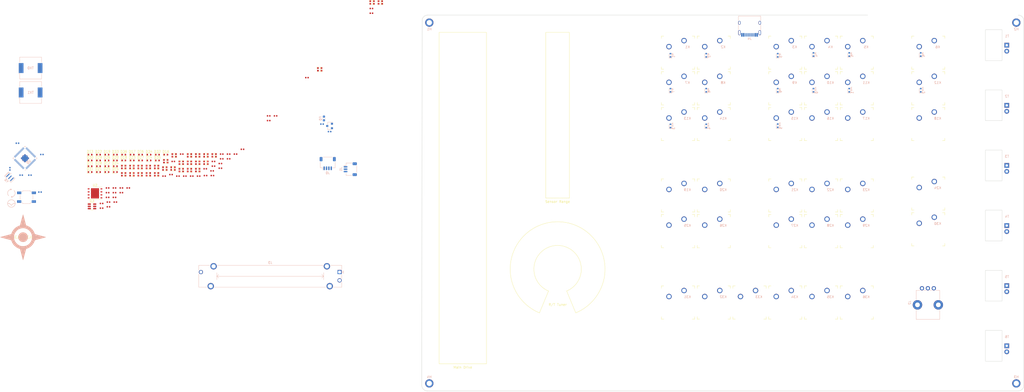
<source format=kicad_pcb>
(kicad_pcb (version 20211014) (generator pcbnew)
  (title_block (date "2021-11-12"))
  (layers (0 "F.Cu" signal) (31 "B.Cu" signal) (34 "B.Paste" user) (35 "F.Paste" user) (36 "B.SilkS" user "B.Silkscreen") (37 "F.SilkS" user "F.Silkscreen") (38 "B.Mask" user) (39 "F.Mask" user) (44 "Edge.Cuts" user))
  (net 0 "")
  (net 1 "GND")
  (net 2 "+3V3")
  (net 3 "VBUS")
  (net 4 "Net-(D1-Pad2)")
  (net 5 "Net-(D2-Pad2)")
  (net 6 "Net-(D3-Pad2)")
  (net 7 "Net-(D4-Pad2)")
  (net 8 "Net-(D5-Pad2)")
  (net 9 "Net-(D6-Pad2)")
  (net 10 "Net-(D7-Pad2)")
  (net 11 "Net-(D8-Pad2)")
  (net 12 "Net-(D9-Pad2)")
  (net 13 "Net-(D10-Pad2)")
  (net 14 "Net-(D11-Pad2)")
  (net 15 "Net-(D12-Pad2)")
  (net 16 "Net-(D13-Pad2)")
  (net 17 "Net-(D14-Pad2)")
  (net 18 "Net-(D15-Pad2)")
  (net 19 "D-")
  (net 20 "D+")
  (net 21 "+1V1")
  (net 22 "Net-(D1-Pad1)")
  (net 23 "Net-(D10-Pad1)")
  (net 24 "Net-(D13-Pad1)")
  (net 25 "Net-(D16-Pad2)")
  (net 26 "Net-(D17-Pad2)")
  (net 27 "Net-(D18-Pad2)")
  (net 28 "Net-(D19-Pad2)")
  (net 29 "Net-(D19-Pad1)")
  (net 30 "Net-(D20-Pad2)")
  (net 31 "Net-(D21-Pad2)")
  (net 32 "Net-(D22-Pad2)")
  (net 33 "Net-(D23-Pad2)")
  (net 34 "Net-(D24-Pad2)")
  (net 35 "Net-(D25-Pad2)")
  (net 36 "Net-(D25-Pad1)")
  (net 37 "Net-(D26-Pad2)")
  (net 38 "Net-(D27-Pad2)")
  (net 39 "Net-(D28-Pad2)")
  (net 40 "Net-(D29-Pad2)")
  (net 41 "Net-(D30-Pad2)")
  (net 42 "Net-(D31-Pad2)")
  (net 43 "Net-(D31-Pad1)")
  (net 44 "Net-(D32-Pad2)")
  (net 45 "Net-(D33-Pad2)")
  (net 46 "Net-(D34-Pad2)")
  (net 47 "Net-(D35-Pad2)")
  (net 48 "Net-(D36-Pad2)")
  (net 49 "Net-(DT1-Pad2)")
  (net 50 "Net-(DT2-Pad2)")
  (net 51 "Net-(DT3-Pad2)")
  (net 52 "Net-(DT4-Pad2)")
  (net 53 "Net-(DT5-Pad2)")
  (net 54 "Net-(DT6-Pad2)")
  (net 55 "vUSB")
  (net 56 "SDA")
  (net 57 "SCL")
  (net 67 "Net-(J4-PadB5)")
  (net 69 "Net-(J4-PadA5)")
  (net 71 "Net-(K1-Pad2)")
  (net 72 "Net-(K14-Pad2)")
  (net 73 "Net-(K15-Pad2)")
  (net 74 "Net-(K10-Pad2)")
  (net 75 "Net-(K11-Pad2)")
  (net 76 "Net-(K12-Pad2)")
  (net 77 "Net-(LC10-Pad1)")
  (net 78 "Net-(LC10-Pad2)")
  (net 79 "Net-(LC15-Pad2)")
  (net 80 "Net-(LC22-Pad1)")
  (net 81 "Net-(LC22-Pad2)")
  (net 82 "Net-(LD1-Pad1)")
  (net 83 "LED")
  (net 84 "Net-(LD2-Pad1)")
  (net 85 "Net-(LD3-Pad1)")
  (net 86 "Net-(LD4-Pad1)")
  (net 87 "Net-(LD5-Pad1)")
  (net 88 "Net-(LD6-Pad1)")
  (net 89 "Net-(LD14-Pad3)")
  (net 90 "Net-(LD15-Pad3)")
  (net 91 "Net-(LD8-Pad3)")
  (net 92 "Net-(LD10-Pad1)")
  (net 93 "Net-(LD10-Pad3)")
  (net 94 "Net-(LD11-Pad3)")
  (net 95 "Net-(LD12-Pad3)")
  (net 96 "Net-(LD13-Pad3)")
  (net 97 "Net-(LD15-Pad1)")
  (net 98 "Net-(LD15-Pad2)")
  (net 99 "Net-(LD16-Pad1)")
  (net 100 "Net-(LD17-Pad1)")
  (net 101 "Net-(LD18-Pad1)")
  (net 102 "Net-(LD19-Pad1)")
  (net 103 "Net-(LD20-Pad1)")
  (net 104 "Net-(LD21-Pad1)")
  (net 106 "Net-(LD22-Pad3)")
  (net 107 "Net-(LD23-Pad3)")
  (net 108 "Net-(LD24-Pad3)")
  (net 109 "Net-(LD25-Pad3)")
  (net 110 "Net-(LD26-Pad3)")
  (net 111 "Net-(LD27-Pad3)")
  (net 112 "DB+")
  (net 113 "DR+")
  (net 114 "DB-")
  (net 115 "DR-")
  (net 116 "CS")
  (net 117 "~{RESET}")
  (net 118 "XOUT")
  (net 119 "Net-(RX0-Pad2)")
  (net 120 "Net-(T1-Pad2)")
  (net 121 "AUDIO+")
  (net 122 "AUDIO-")
  (net 123 "0")
  (net 124 "1")
  (net 125 "2")
  (net 126 "3")
  (net 127 "4")
  (net 128 "5")
  (net 129 "6")
  (net 130 "7")
  (net 131 "8")
  (net 132 "9")
  (net 133 "10")
  (net 134 "11")
  (net 135 "12")
  (net 136 "13")
  (net 137 "14")
  (net 138 "15")
  (net 139 "XIN")
  (net 142 "16")
  (net 143 "17")
  (net 144 "18")
  (net 145 "19")
  (net 146 "20")
  (net 147 "21")
  (net 148 "22")
  (net 149 "23")
  (net 150 "24")
  (net 151 "25")
  (net 152 "26{slash}A0")
  (net 153 "27{slash}A1")
  (net 154 "28{slash}A2")
  (net 155 "29{slash}A3")
  (net 156 "SD3")
  (net 157 "CLOCK")
  (net 158 "SD0")
  (net 159 "SD2")
  (net 160 "SD1")
  (footprint "EDI:SW_MX" (layer "F.Cu") (at 135.87835 43.6329)
    (fp_text reference "K8")
    (fp_text value "Keyswitch")
  )
  (footprint "EDI:SW_MX" (layer "F.Cu") (at 166.04595 28.55165)
    (fp_text reference "K3")
    (fp_text value "Keyswitch")
  )
  (footprint "EDI:SW_MX" (layer "F.Cu") (at 226.37095 28.55165)
    (fp_text reference "K6")
    (fp_text value "Keyswitch")
  )
  (footprint "EDI:SW_MX" (layer "F.Cu") (at 120.7971 43.6329)
    (fp_text reference "K7")
    (fp_text value "Keyswitch")
  )
  (footprint "EDI:SW_MX" (layer "F.Cu") (at 196.20845 43.6329)
    (fp_text reference "K11")
    (fp_text value "Keyswitch")
  )
  (footprint "EDI:SW_MX" (layer "F.Cu") (at 226.37095 43.6329)
    (fp_text reference "K12")
    (fp_text value "Keyswitch")
  )
  (footprint "EDI:SW_MX" (layer "F.Cu") (at 166.04085 43.6329)
    (fp_text reference "K9")
    (fp_text value "Keyswitch")
  )
  (footprint "EDI:SW_MX" (layer "F.Cu") (at 181.1272 43.6329)
    (fp_text reference "K10")
    (fp_text value "Keyswitch")
  )
  (footprint "EDI:SW_MX" (layer "F.Cu") (at 120.7971 28.55165)
    (fp_text reference "K1")
    (fp_text value "Keyswitch")
  )
  (footprint "EDI:SW_MX" (layer "F.Cu") (at 135.88345 28.55165)
    (fp_text reference "K2")
    (fp_text value "Keyswitch")
  )
  (footprint "EDI:SW_MX" (layer "F.Cu") (at 196.20845 28.55165)
    (fp_text reference "K5")
    (fp_text value "Keyswitch")
  )
  (footprint "EDI:SW_MX" (layer "F.Cu") (at 135.87835 58.71415)
    (fp_text reference "K14")
    (fp_text value "Keyswitch")
  )
  (footprint "EDI:SW_MX" (layer "F.Cu") (at 120.7971 58.71415)
    (fp_text reference "K13")
    (fp_text value "Keyswitch")
  )
  (footprint "EDI:SW_MX" (layer "F.Cu") (at 166.04595 58.71415)
    (fp_text reference "K15")
    (fp_text value "Keyswitch")
  )
  (footprint "EDI:SW_MX" (layer "F.Cu") (at 181.1272 28.55165)
    (fp_text reference "K4")
    (fp_text value "Keyswitch")
  )
  (footprint "EDI:SW_MX" (layer "F.Cu") (at 181.1272 134.1204)
    (fp_text reference "K35")
    (fp_text value "Keyswitch")
  )
  (footprint "EDI:WS2812C_2020" (layer "F.Cu") (at -95.71375 77.51875)
    (fp_text reference "LD11" hide)
    (fp_text value "WS2812C")
  )
  (footprint "EDI:Passive_0402_1005Metric" (layer "F.Cu") (at -119.85625 85.71375)
    (fp_text reference "C9" hide)
    (fp_text value "100nF")
  )
  (footprint "EDI:WS2812C_2020" (layer "F.Cu") (at -102.65375 76.86875)
    (fp_text reference "LD24" hide)
    (fp_text value "WS2812C")
  )
  (footprint "EDI:SW_MX" (layer "F.Cu") (at 166.05105 103.9579)
    (fp_text reference "K27")
    (fp_text value "Keyswitch")
  )
  (footprint "EDI:WS2812C_2020" (layer "F.Cu") (at -113.06375 79.96875)
    (fp_text reference "LD16" hide)
    (fp_text value "WS2812C")
  )
  (footprint "EDI:SW_MX" (layer "F.Cu") (at 120.8022 134.1204)
    (fp_text reference "K31")
    (fp_text value "Keyswitch")
  )
  (footprint "EDI:Passive_0402_1005Metric" (layer "F.Cu") (at -72.26625 75.39375)
    (fp_text reference "LC2" hide)
    (fp_text value "100nF")
  )
  (footprint "EDI:Passive_0402_1005Metric" (layer "F.Cu") (at -116.94625 87.70375)
    (fp_text reference "CP0" hide)
    (fp_text value "1uf")
  )
  (footprint "EDI:Passive_0402_1005Metric" (layer "F.Cu") (at -119.48625 93.67375)
    (fp_text reference "RF0" hide)
    (fp_text value "1k")
  )
  (footprint "Diode_SMD:D_SOD-523" (layer "F.Cu") (at -116.57625 71.64375)
    (fp_text reference "D33")
    (fp_text value "SOD523")
  )
  (footprint "EDI:Passive_0402_1005Metric" (layer "F.Cu") (at -84.35625 80.71375)
    (fp_text reference "LC25" hide)
    (fp_text value "100nF")
  )
  (footprint "Diode_SMD:D_SOD-523" (layer "F.Cu") (at -109.47625 71.64375)
    (fp_text reference "D17")
    (fp_text value "SOD523")
  )
  (footprint "EDI:Passive_0402_1005Metric" (layer "F.Cu") (at -8.54625 9.91375)
    (fp_text reference "LC17" hide)
    (fp_text value "100nF")
  )
  (footprint "EDI:Passive_0402_1005Metric" (layer "F.Cu") (at -88.57625 71.41375)
    (fp_text reference "LC11" hide)
    (fp_text value "100nF")
  )
  (footprint "EDI:SW_MX" (layer "F.Cu") (at 226.37095 58.71415)
    (fp_text reference "K18")
    (fp_text value "Keyswitch")
  )
  (footprint "EDI:Passive_0402_1005Metric" (layer "F.Cu") (at -35.74625 39.11375)
    (fp_text reference "LC24" hide)
    (fp_text value "100nF")
  )
  (footprint "Diode_SMD:D_SOD-523" (layer "F.Cu") (at -95.27625 71.64375)
    (fp_text reference "D16")
    (fp_text value "SOD523")
  )
  (footprint "Diode_SMD:D_SOD-523" (layer "F.Cu") (at -127.22625 71.64375)
    (fp_text reference "DT3")
    (fp_text value "SOD523")
  )
  (footprint "EDI:Passive_0402_1005Metric" (layer "F.Cu") (at -78.64625 77.61375)
    (fp_text reference "LC9" hide)
    (fp_text value "100nF")
  )
  (footprint "Diode_SMD:D_SOD-523" (layer "F.Cu") (at -127.22625 78.99375)
    (fp_text reference "D31")
    (fp_text value "SOD523")
  )
  (footprint "Diode_SMD:D_SOD-523" (layer "F.Cu") (at -120.12625 74.09375)
    (fp_text reference "D26")
    (fp_text value "SOD523")
  )
  (footprint "EDI:Passive_0402_1005Metric" (layer "F.Cu") (at -92.12625 74.51375)
    (fp_text reference "LC18" hide)
    (fp_text value "100nF")
  )
  (footprint "Diode_SMD:D_SOD-523" (layer "F.Cu") (at -123.67625 78.99375)
    (fp_text reference "D21")
    (fp_text value "SOD523")
  )
  (footprint "EDI:WS2812C_2020" (layer "F.Cu") (at -4.79375 7.36875)
    (fp_text reference "LD28" hide)
    (fp_text value "WS2812C")
  )
  (footprint "EDI:SW_MX" (layer "F.Cu") (at 226.37605 88.0829)
    (fp_text reference "K24")
    (fp_text value "Keyswitch")
  )
  (footprint "Diode_SMD:D_SOD-523" (layer "F.Cu") (at -109.47625 74.09375)
    (fp_text reference "D23")
    (fp_text value "SOD523")
  )
  (footprint "Diode_SMD:D_SOD-523" (layer "F.Cu") (at -102.37625 71.64375)
    (fp_text reference "D34")
    (fp_text value "SOD523")
  )
  (footprint "EDI:Passive_0402_1005Metric" (layer "F.Cu") (at -72.26625 77.38375)
    (fp_text reference "LC5" hide)
    (fp_text value "100nF")
  )
  (footprint "Diode_SMD:D_SOD-523" (layer "F.Cu") (at -116.57625 78.99375)
    (fp_text reference "DT5")
    (fp_text value "SOD523")
  )
  (footprint "EDI:SW_MX" (layer "F.Cu") (at 196.20845 58.71415)
    (fp_text reference "K17")
    (fp_text value "Keyswitch")
  )
  (footprint "EDI:Passive_0402_1005Metric" (layer "F.Cu") (at -111.12625 85.71375)
    (fp_text reference "RC1" hide)
    (fp_text value "5k1")
  )
  (footprint "EDI:SW_MX" (layer "F.Cu") (at 196.21355 88.87665)
    (fp_text reference "K23")
    (fp_text value "Keyswitch")
  )
  (footprint "Diode_SMD:D_SOD-523" (layer "F.Cu") (at -123.67625 74.09375)
    (fp_text reference "D29")
    (fp_text value "SOD523")
  )
  (footprint "EDI:SW_MX" (layer "F.Cu") (at 181.1323 103.9579)
    (fp_text reference "K28")
    (fp_text value "Keyswitch")
  )
  (footprint "Diode_SMD:D_SOD-523" (layer "F.Cu") (at -105.92625 74.09375)
    (fp_text reference "D27")
    (fp_text value "SOD523")
  )
  (footprint "EDI:Passive_0402_1005Metric" (layer "F.Cu") (at -8.54625 11.90375)
    (fp_text reference "LC27" hide)
    (fp_text value "100nF")
  )
  (footprint "EDI:Passive_0402_1005Metric" (layer "F.Cu") (at -119.48625 91.68375)
    (fp_text reference "CF0" hide)
    (fp_text value "100nF")
  )
  (footprint "EDI:SW_MX" (layer "F.Cu") (at 181.1323 88.87665)
    (fp_text reference "K22")
    (fp_text value "Keyswitch")
  )
  (footprint "EDI:SW_MX" (layer "F.Cu") (at 166.05105 88.87665)
    (fp_text reference "K21")
    (fp_text value "Keyswitch")
  )
  (footprint "EDI:WS2812C_2020" (layer "F.Cu") (at -8.26375 7.36875)
    (fp_text reference "LD23" hide)
    (fp_text value "WS2812C")
  )
  (footprint "EDI:Passive_0402_1005Metric" (layer "F.Cu") (at -62.94625 69.38375)
    (fp_text reference "LC26" hide)
    (fp_text value "100nF")
  )
  (footprint "EDI:WS2812C_2020" (layer "F.Cu") (at -78.36375 71.96875)
    (fp_text reference "LD1" hide)
    (fp_text value "WS2812C")
  )
  (footprint "EDI:Passive_0402_1005Metric" (layer "F.Cu") (at -122.39625 92.26375)
    (fp_text reference "RD0" hide)
    (fp_text value "27.4")
  )
  (footprint "EDI:Passive_0402_1005Metric" (layer "F.Cu") (at -68.79625 71.41375)
    (fp_text reference "LC3" hide)
    (fp_text value "100nF")
  )
  (footprint "EDI:WS2812C_2020" (layer "F.Cu") (at -81.83375 75.06875)
    (fp_text reference "LD2" hide)
    (fp_text value "WS2812C")
  )
  (footprint "EDI:SW_MX" (layer "F.Cu") (at 120.7971 103.9579)
    (fp_text reference "K25")
    (fp_text value "Keyswitch")
  )
  (footprint "EDI:Passive_0402_1005Metric" (layer "F.Cu") (at -116.57625 91.68375)
    (fp_text reference "RF1" hide)
    (fp_text value "1k")
  )
  (footprint "EDI:WS2812C_2020" (layer "F.Cu") (at -109.59375 76.86875)
    (fp_text reference "LD9" hide)
    (fp_text value "WS2812C")
  )
  (footprint "EDI:KeyToggle" (layer "F.Cu") (at 254 152.4)
    (fp_text reference "T6")
    (fp_text value "Keyswitch")
    (fp_rect (start -3.5 -6.5) (end 3.5 6.5) (layer "Edge.Cuts") (width 0.12) (fill none))
  )
  (footprint "EDI:WS2812C_2020" (layer "F.Cu") (at -92.24375 77.51875)
    (fp_text reference "LD4" hide)
    (fp_text value "WS2812C")
  )
  (footprint "EDI:Passive_0402_1005Metric" (layer "F.Cu") (at -119.85625 89.69375)
    (fp_text reference "C0" hide)
    (fp_text value "1uf")
  )
  (footprint "EDI:WS2812C_2020" (layer "F.Cu") (at -85.30375 75.06875)
    (fp_text reference "LD27" hide)
    (fp_text value "WS2812C")
  )
  (footprint "EDI:KeyToggle" (layer "F.Cu") (at 254 25.4)
    (fp_text reference "T1")
    (fp_text value "Keyswitch")
    (fp_rect (start -3.5 -6.5) (end 3.5 6.5) (layer "Edge.Cuts") (width 0.12) (fill none))
  )
  (footprint "EDI:Passive_0402_1005Metric" (layer "F.Cu") (at -71.70625 71.41375)
    (fp_text reference "LC4" hide)
    (fp_text value "100nF")
  )
  (footprint "EDI:SW_MX" (layer "F.Cu") (at 150.9647 134.1204)
    (fp_text reference "K33")
    (fp_text value "Keyswitch")
  )
  (footprint "EDI:WS2812C_2020" (layer "F.Cu") (at -95.31375 74.41875)
    (fp_text reference "LD6" hide)
    (fp_text value "WS2812C")
  )
  (footprint "EDI:SW_MX" (layer "F.Cu") (at 135.88345 134.1204)
    (fp_text reference "K32")
    (fp_text value "Keyswitch")
  )
  (footprint "Diode_SMD:D_SOD-523" (layer "F.Cu") (at -120.12625 71.64375)
    (fp_text reference "D19")
    (fp_text value "SOD523")
  )
  (footprint "EDI:Passive_0402_1005Metric" (layer "F.Cu") (at -68.79625 73.40375)
    (fp_text reference "LC8" hide)
    (fp_text value "100nF")
  )
  (footprint "Diode_SMD:D_SOD-523" (layer "F.Cu") (at -116.57625 74.09375)
    (fp_text reference "D20")
    (fp_text value "SOD523")
  )
  (footprint "EDI:WS2812C_2020" (layer "F.Cu") (at -113.06375 76.86875)
    (fp_text reference "LD7" hide)
    (fp_text value "WS2812C")
  )
  (footprint "EDI:KeyToggle" (layer "F.Cu") (at 254 101.6)
    (fp_text reference "T4")
    (fp_text value "Keyswitch")
    (fp_rect (start -3.5 -6.5) (end 3.5 6.5) (layer "Edge.Cuts") (width 0.12) (fill none))
  )
  (footprint "EDI:WS2812C_2020" (layer "F.Cu") (at -30.36375 35.60875)
    (fp_text reference "LD22" hide)
    (fp_text value "WS2812C")
  )
  (footprint "EDI:SW_MX" (layer "F.Cu") (at 120.8022 88.87665)
    (fp_text reference "K19")
    (fp_text value "Keyswitch")
  )
  (footprint "EDI:Passive_0402_1005Metric" (layer "F.Cu") (at -87.26625 80.71375)
    (fp_text reference "LC21" hide)
    (fp_text value "100nF")
  )
  (footprint "EDI:KeyToggle" (layer "F.Cu") (at 254 76.2)
    (fp_text reference "T3")
    (fp_text value "Keyswitch")
    (fp_rect (start -3.5 -6.5) (end 3.5 6.5) (layer "Edge.Cuts") (width 0.12) (fill none))
  )
  (footprint "EDI:Passive_0402_1005Metric" (layer "F.Cu") (at -93.08625 80.06375)
    (fp_text reference "LC15" hide)
    (fp_text value "100nF")
  )
  (footprint "EDI:WS2812C_2020" (layer "F.Cu") (at -99.18375 76.86875)
    (fp_text reference "LD3" hide)
    (fp_text value "WS2812C")
  )
  (footprint "Diode_SMD:D_SOD-523" (layer "F.Cu") (at -120.12625 76.54375)
    (fp_text reference "DT2")
    (fp_text value "SOD523")
  )
  (footprint "Diode_SMD:D_SOD-523" (layer "F.Cu") (at -98.82625 74.09375)
    (fp_text reference "D35")
    (fp_text value "SOD523")
  )
  (footprint "EDI:KeyToggle" (layer "F.Cu") (at 254 50.8)
    (fp_text reference "T2")
    (fp_text value "Keyswitch")
    (fp_rect (start -3.5 -6.5) (end 3.5 6.5) (layer "Edge.Cuts") (width 0.12) (fill none))
  )
  (footprint "EDI:Passive_0402_1005Metric" (layer "F.Cu") (at -71.70625 73.40375)
    (fp_text reference "LC16" hide)
    (fp_text value "100nF")
  )
  (footprint "EDI:WS2812C_2020" (layer "F.Cu") (at -88.77375 78.16875)
    (fp_text reference "LD19" hide)
    (fp_text value "WS2812C")
  )
  (footprint "EDI:SW_MX" (layer "F.Cu") (at 135.88345 88.87665)
    (fp_text reference "K20")
    (fp_text value "Keyswitch")
  )
  (footprint "Diode_SMD:D_SOD-523" (layer "F.Cu") (at -127.22625 76.54375)
    (fp_text reference "DT1")
    (fp_text value "SOD523")
  )
  (footprint "EDI:WS2812C_2020" (layer "F.Cu") (at -99.18375 79.96875)
    (fp_text reference "LD8" hide)
    (fp_text value "WS2812C")
  )
  (footprint "EDI:Passive_0402_1005Metric" (layer "F.Cu") (at -116.94625 89.69375)
    (fp_text reference "RD1" hide)
    (fp_text value "27.4")
  )
  (footprint "EDI:Passive_0402_1005Metric" (layer "F.Cu") (at -75.73625 78.49375)
    (fp_text reference "LC28" hide)
    (fp_text value "100nF")
  )
  (footprint "EDI:WS2812C_2020" (layer "F.Cu") (at -91.76375 71.96875)
    (fp_text reference "LD10" hide)
    (fp_text value "WS2812C")
  )
  (footprint "EDI:SW_MX" (layer "F.Cu") (at 196.21355 103.9579)
    (fp_text reference "K29")
    (fp_text value "Keyswitch")
  )
  (footprint "EDI:WS2812C_2020" (layer "F.Cu") (at -78.36375 75.06875)
    (fp_text reference "LD25" hide)
    (fp_text value "WS2812C")
  )
  (footprint "EDI:WS2812C_2020" (layer "F.Cu") (at -85.30375 71.96875)
    (fp_text reference "LD18" hide)
    (fp_text value "WS2812C")
  )
  (footprint "EDI:Passive_0402_1005Metric" (layer "F.Cu") (at -122.39625 94.25375)
    (fp_text reference "C10" hide)
    (fp_text value "1uf")
  )
  (footprint "EDI:WS2812C_2020" (layer "F.Cu") (at -106.12375 76.86875)
    (fp_text reference "LD5" hide)
    (fp_text value "WS2812C")
  )
  (footprint "EDI:WS2812C_2020" (layer "F.Cu") (at -74.89375 71.96875)
    (fp_text reference "LD20" hide)
    (fp_text value "WS2812C")
  )
  (footprint "EDI:SW_MX" (layer "F.Cu") (at 226.37605 103.16415)
    (fp_text reference "K30")
    (fp_text value "Keyswitch")
  )
  (footprint "EDI:Passive_0402_1005Metric" (layer "F.Cu") (at -51.89625 57.25375)
    (fp_text reference "LC23" hide)
    (fp_text value "100nF")
  )
  (footprint "EDI:WS2812C_2020" (layer "F.Cu") (at -106.12375 79.96875)
    (fp_text reference "LD13" hide)
    (fp_text value "WS2812C")
  )
  (footprint "EDI:WS2812C_2020" (layer "F.Cu") (at -109.59375 79.96875)
    (fp_text reference "LD17" hide)
    (fp_text value "WS2812C")
  )
  (footprint "Diode_SMD:D_SOD-523" (layer "F.Cu") (at -120.12625 78.99375)
    (fp_text reference "D25")
    (fp_text value "SOD523")
  )
  (footprint "Diode_SMD:D_SOD-523" (layer "F.Cu") (at -127.22625 74.09375)
    (fp_text reference "D30")
    (fp_text value "SOD523")
  )
  (footprint "Package_SON:WSON-8-1EP_6x5mm_P1.27mm_EP3.4x4.3mm" (layer "F.Cu") (at -125.15625 87.99375)
    (fp_text reference "U2")
    (fp_text value "W25Q128JVS")
  )
  (footprint "EDI:Passive_0402_1005Metric" (layer "F.Cu") (at -81.44625 80.71375)
    (fp_text reference "LC10" hide)
    (fp_text value "100nF")
  )
  (footprint "EDI:Passive_0402_1005Metric" (layer "F.Cu") (at -75.17625 74.51375)
    (fp_text reference "LC22" hide)
    (fp_text value "100nF")
  )
  (footprint "EDI:Passive_0402_1005Metric" (layer "F.Cu") (at -75.62625 80.48375)
    (fp_text reference "LC12" hide)
    (fp_text value "100nF")
  )
  (footprint "EDI:Passive_0402_1005Metric" (layer "F.Cu") (at -51.89625 55.26375)
    (fp_text reference "LC7" hide)
    (fp_text value "100nF")
  )
  (footprint "EDI:Passive_0402_1005Metric" (layer "F.Cu") (at -48.98625 55.26375)
    (fp_text reference "LC19" hide)
    (fp_text value "100nF")
  )
  (footprint "EDI:Passive_0402_1005Metric" (layer "F.Cu") (at -78.53625 80.48375)
    (fp_text reference "LC14" hide)
    (fp_text value "100nF")
  )
  (footprint "EDI:WS2812C_2020" (layer "F.Cu") (at -81.83375 71.96875)
    (fp_text reference "LD21" hide)
    (fp_text value "WS2812C")
  )
  (footprint "Diode_SMD:D_SOD-523" (layer "F.Cu") (at -116.57625 76.54375)
    (fp_text reference "D24")
    (fp_text value "SOD523")
  )
  (footprint "EDI:KeyToggle" (layer "F.Cu") (at 254 127)
    (fp_text reference "T5")
    (fp_text value "Keyswitch")
    (fp_rect (start -3.5 -6.5) (end 3.5 6.5) (layer "Edge.Cuts") (width 0.12) (fill none))
  )
  (footprint "Diode_SMD:D_SOD-523" (layer "F.Cu") (at -102.37625 74.09375)
    (fp_text reference "DT4")
    (fp_text value "SOD523")
  )
  (footprint "Diode_SMD:D_SOD-523" (layer "F.Cu") (at -105.92625 71.64375)
    (fp_text reference "DT6")
    (fp_text value "SOD523")
  )
  (footprint "Diode_SMD:D_SOD-523" (layer "F.Cu") (at -113.02625 71.64375)
    (fp_text reference "D36")
    (fp_text value "SOD523")
  )
  (footprint "EDI:Passive_0402_1005Metric" (layer "F.Cu") (at -65.88625 71.41375)
    (fp_text reference "LC13" hide)
    (fp_text value "100nF")
  )
  (footprint "EDI:Passive_0402_1005Metric" (layer "F.Cu") (at -114.03625 87.70375)
    (fp_text reference "CP1" hide)
    (fp_text value "1uf")
  )
  (footprint "Diode_SMD:D_SOD-523" (layer "F.Cu") (at -113.02625 74.09375)
    (fp_text reference "D18")
    (fp_text value "SOD523")
  )
  (footprint "EDI:WS2812C_2020" (layer "F.Cu") (at -81.83375 78.16875)
    (fp_text reference "LD15" hide)
    (fp_text value "WS2812C")
  )
  (footprint "EDI:SW_MX" (layer "F.Cu") (at 166.04595 134.1204)
    (fp_text reference "K34")
    (fp_text value "Keyswitch")
  )
  (footprint "EDI:Passive_0402_1005Metric" (layer "F.Cu") (at -114.03625 85.71375)
    (fp_text reference "RX0" hide)
    (fp_text value "1k")
  )
  (footprint "EDI:WS2812C_2020" (layer "F.Cu") (at -85.30375 78.16875)
    (fp_text reference "LD12" hide)
    (fp_text value "WS2812C")
  )
  (footprint "EDI:SW_MX" (layer "F.Cu") (at 135.88345 103.9579)
    (fp_text reference "K26")
    (fp_text value "Keyswitch")
  )
  (footprint "Package_TO_SOT_SMD:SOT-23-6" (layer "F.Cu") (at -126.42625 93.49375)
    (fp_text reference "U3")
    (fp_text value "USBLC6-2SC6")
  )
  (footprint "EDI:Passive_0402_1005Metric" (layer "F.Cu") (at -75.17625 76.50375)
    (fp_text reference "LC1" hide)
    (fp_text value "100nF")
  )
  (footprint "EDI:SW_MX" (layer "F.Cu") (at 181.1272 58.71415)
    (fp_text reference "K16")
    (fp_text value "Keyswitch")
  )
  (footprint "Diode_SMD:D_SOD-523" (layer "F.Cu") (at -123.67625 76.54375)
    (fp_text reference "D28")
    (fp_text value "SOD523")
  )
  (footprint "EDI:Passive_0402_1005Metric" (layer "F.Cu") (at -119.85625 87.70375)
    (fp_text reference "RR0" hide)
    (fp_text value "1k")
  )
  (footprint "EDI:SW_MX" (layer "F.Cu") (at 196.20845 134.1204)
    (fp_text reference "K36")
    (fp_text value "Keyswitch")
  )
  (footprint "EDI:WS2812C_2020" (layer "F.Cu") (at -102.65375 79.96875)
    (fp_text reference "LD14" hide)
    (fp_text value "WS2812C")
  )
  (footprint "EDI:Passive_0402_1005Metric" (layer "F.Cu") (at -95.99625 80.71375)
    (fp_text reference "LC20" hide)
    (fp_text value "100nF")
  )
  (footprint "EDI:Passive_0402_1005Metric" (layer "F.Cu") (at -116.94625 85.71375)
    (fp_text reference "RC0" hide)
    (fp_text value "5k1")
  )
  (footprint "EDI:WS2812C_2020" (layer "F.Cu") (at -88.77375 75.06875)
    (fp_text reference "LD26" hide)
    (fp_text value "WS2812C")
  )
  (footprint "Diode_SMD:D_SOD-523" (layer "F.Cu") (at -98.82625 71.64375)
    (fp_text reference "D32")
    (fp_text value "SOD523")
  )
  (footprint "Diode_SMD:D_SOD-523" (layer "F.Cu") (at -123.67625 71.64375)
    (fp_text reference "D22")
    (fp_text value "SOD523")
  )
  (footprint "EDI:Passive_0402_1005Metric" (layer "F.Cu") (at -90.17625 80.71375)
    (fp_text reference "LC6" hide)
    (fp_text value "100nF")
  )
  (footprint "EDI:EDILogo" (layer "B.Cu") (at -155.5 106.5 180)
    (fp_text reference "Z0" hide)
    (fp_text value "EDI Logo" hide)
  )
  (footprint "Diode_SMD:D_SOD-523" (layer "B.Cu") (at 117.6221 29.6629 90)
    (fp_text reference "D1")
    (fp_text value "SOD523")
  )
  (footprint "Diode_SMD:D_SOD-523" (layer "B.Cu") (at 132.70845 29.6629 90)
    (fp_text reference "D2")
    (fp_text value "SOD523")
  )
  (footprint "Diode_SMD:D_SOD-523" (layer "B.Cu") (at 162.86585 29.6629 90)
    (fp_text reference "D3")
    (fp_text value "SOD523")
  )
  (footprint "EDI:Passive_0402_1005Metric" (layer "B.Cu") (at -147.5665 71.5771)
    (fp_text reference "C2" hide)
    (fp_text value "100nF")
  )
  (footprint "Diode_SMD:D_SOD-523" (layer "B.Cu") (at 177.9522 29.3454 90)
    (fp_text reference "D4")
    (fp_text value "SOD523")
  )
  (footprint "EDI:Passive_0402_1005Metric" (layer "B.Cu") (at -29.36885 58.7398)
    (fp_text reference "C7" hide)
    (fp_text value "100nF")
  )
  (footprint "EDI:Passive_0402_1005Metric" (layer "B.Cu") (at -26.19375 61.9125)
    (fp_text reference "C6" hide)
    (fp_text value "100nF")
  )
  (footprint "EDI:Passive_0402_1005Metric" (layer "B.Cu") (at -156.29765 80.30835 180)
    (fp_text reference "C1" hide)
    (fp_text value "100nF")
  )
  (footprint "EDI:Passive_0402_1005Metric" (layer "B.Cu") (at -152.61475 80.30835)
    (fp_text reference "C3" hide)
    (fp_text value "100nF")
  )
  (footprint "EDI:Passive_0402_1005Metric" (layer "B.Cu") (at -157.88525 66.8146 180)
    (fp_text reference "C4" hide)
    (fp_text value "100nF")
  )
  (footprint "EDI:Passive_0402_1005Metric" (layer "B.Cu") (at -161.06025 77.64135 -90)
    (fp_text reference "C5" hide)
    (fp_text value "100nF")
  )
  (footprint "EDI:Passive_0402_1005Metric" (layer "B.Cu") (at -148.3603 87.45275)
    (fp_text reference "C8" hide)
    (fp_text value "100nF")
  )
  (footprint "Diode_SMD:D_SOD-523" (layer "B.Cu") (at 117.6221 44.42665 90)
    (fp_text reference "D7")
    (fp_text value "SOD523")
  )
  (footprint "Diode_SMD:D_SOD-523" (layer "B.Cu") (at 193.03345 44.42665 90)
    (fp_text reference "D11")
    (fp_text value "SOD523")
  )
  (footprint "Diode_SMD:D_SOD-523" (layer "B.Cu") (at 223.19595 44.42665 90)
    (fp_text reference "D12")
    (fp_text value "SOD523")
  )
  (footprint "MountingHole:MountingHole_2.2mm_M2_ISO7380_Pad" (layer "B.Cu") (at 15.875 15.875)
    (fp_text reference "H1")
    (fp_text value "Mount")
  )
  (footprint "Diode_SMD:D_SOD-523" (layer "B.Cu") (at 117.6221 59.5079 90)
    (fp_text reference "D13")
    (fp_text value "SOD523")
  )
  (footprint "MountingHole:MountingHole_2.2mm_M2_ISO7380_Pad" (layer "B.Cu") (at 15.875 168.275 180)
    (fp_text reference "H4")
    (fp_text value "Mount")
  )
  (footprint "Diode_SMD:D_SOD-523" (layer "B.Cu") (at 162.87095 59.41415 90)
    (fp_text reference "D15")
    (fp_text value "SOD523")
  )
  (footprint "Potentiometer_THT:Potentiometer_Bourns_PTV09A-1_Single_Vertical" (layer "B.Cu") (at 228.71875 128.09375 -90)
    (fp_text reference "J2")
    (fp_text value "X Radiotelescope Tuner")
  )
  (footprint "Diode_SMD:D_SOD-523" (layer "B.Cu") (at 132.70335 44.42665 90)
    (fp_text reference "D8")
    (fp_text value "SOD523")
  )
  (footprint "Diode_SMD:D_SOD-523" (layer "B.Cu") (at 193.03345 29.3454 90)
    (fp_text reference "D5")
    (fp_text value "SOD523")
  )
  (footprint "Connector_JST:JST_SH_SM04B-SRSS-TB_1x04-1MP_P1.00mm_Horizontal" (layer "B.Cu") (at -26.9875 75.40625)
    (fp_text reference "J0")
    (fp_text value "qwiic")
  )
  (footprint "Diode_SMD:D_SOD-523" (layer "B.Cu") (at 223.19595 29.3454 90)
    (fp_text reference "D6")
    (fp_text value "SOD523")
  )
  (footprint "Diode_SMD:D_SOD-523" (layer "B.Cu") (at 162.86585 44.42665 90)
    (fp_text reference "D9")
    (fp_text value "SOD523")
  )
  (footprint "Diode_SMD:D_SOD-523" (layer "B.Cu") (at 132.70335 59.5079 90)
    (fp_text reference "D14")
    (fp_text value "SOD523")
  )
  (footprint "MountingHole:MountingHole_2.2mm_M2_ISO7380_Pad" (layer "B.Cu") (at 263.525 168.275 180)
    (fp_text reference "H3")
    (fp_text value "Mount")
  )
  (footprint "Diode_SMD:D_SOD-523" (layer "B.Cu") (at 177.9522 44.42665 90)
    (fp_text reference "D10")
    (fp_text value "SOD523")
  )
  (footprint "Fuse:Fuse_0603_1608Metric" (layer "B.Cu") (at -28.5751 56.35855 -90)
    (fp_text reference "F0")
    (fp_text value "6v 500ma")
  )
  (footprint "MountingHole:MountingHole_2.2mm_M2_ISO7380_Pad" (layer "B.Cu") (at 263.525 15.875)
    (fp_text reference "H2")
    (fp_text value "Mount")
  )
  (footprint "Connector_JST:JST_SH_SM03B-SRSS-TB_1x03-1MP_P1.00mm_Horizontal" (layer "B.Cu") (at -17.4625 77.7875 -90)
    (fp_text reference "J1")
    (fp_text value "Z Main Drive")
  )
  (footprint "Buzzer_Beeper:Buzzer_CUI_CPT-9019S-SMT" (layer "B.Cu") (at -152.32915 35.067)
    (fp_text reference "TX0")
    (fp_text value "Transducer")
  )
  (footprint "Potentiometer_THT:Potentiometer_Bourns_PTA4543_Single_Slide" (layer "B.Cu") (at -21.98 121.25 180)
    (fp_text reference "J3")
    (fp_text value "Y DRADIS range")
  )
  (footprint "Package_TO_SOT_SMD:SOT-23" (layer "B.Cu") (at -26.19385 59.53355 180)
    (fp_text reference "U1" hide)
    (fp_text value "LDO-3.3")
  )
  (footprint "Buzzer_Beeper:Buzzer_CUI_CPT-9019S-SMT" (layer "B.Cu") (at -152.32915 45.3851)
    (fp_text reference "TX1")
    (fp_text value "Transducer")
  )
  (footprint "Button_Switch_SMD:SW_SPST_SKQG_WithoutStem" (layer "B.Cu") (at -154.05655 89.61775 180)
    (fp_text reference "S1" hide)
    (fp_text value "RESET" hide)
  )
  (footprint "Crystal:Resonator_SMD_Murata_CSTxExxV-3Pin_3.0x1.1mm" (layer "B.Cu") (at -161.05985 81.219951 -45)
    (fp_text reference "Y0")
    (fp_text value "CSTCE12M0G55-R0")
  )
  (footprint "EDI:RP2040" (layer "B.Cu") (at -154.71025 73.1646 45)
    (fp_text reference "U0")
    (fp_text value "RP2040")
  )
  (footprint "Connector_USB:USB_C_Receptacle_HRO_TYPE-C-31-M-12" (layer "B.Cu") (at 151 17)
    (fp_text reference "J4")
    (fp_text value "USB")
  )
  (gr_line (start -160.433949 86.31575) (end -160.700649 86.62055) (layer "B.SilkS") (width 0.15))
  (gr_arc (start -159.317767 86.780718) (mid -158.97364 88.51076) (end -160.440299 89.49075) (layer "B.SilkS") (width 0.15))
  (gr_line (start -160.433949 86.31575) (end -160.789549 86.06175) (layer "B.SilkS") (width 0.15))
  (gr_line (start -160.440299 89.49075) (end -160.0847 89.74475) (layer "B.SilkS") (width 0.15))
  (gr_arc (start -161.562831 89.025782) (mid -161.906958 87.29574) (end -160.440299 86.31575) (layer "B.SilkS") (width 0.15))
  (gr_line (start -160.440299 89.49075) (end -160.173599 89.18595) (layer "B.SilkS") (width 0.15))
  (gr_circle (center -160.440299 92.268875) (end -158.852799 92.268875) (layer "B.SilkS") (width 0.15) (fill none))
  (gr_line (start -158.852799 92.268875) (end -159.646549 92.268875) (layer "B.SilkS") (width 0.15))
  (gr_line (start -159.646549 92.268875) (end -160.440299 93.062625) (layer "B.SilkS") (width 0.15))
  (gr_line (start -160.440299 93.062625) (end -161.234049 92.268875) (layer "B.SilkS") (width 0.15))
  (gr_line (start -161.234049 92.268875) (end -162.027799 92.268875) (layer "B.SilkS") (width 0.15))
  (gr_line (start 66.173166 129.238795) (end 62.346331 138.477592) (layer "F.SilkS") (width 0.15))
  (gr_arc (start 62.346331 138.477592) (mid 70 99.999999) (end 77.653669 138.477591) (layer "F.SilkS") (width 0.15))
  (gr_rect (start 65 20) (end 75 90) (layer "F.SilkS") (width 0.15) (fill none))
  (gr_rect (start 20 20) (end 40 160) (layer "F.SilkS") (width 0.15) (fill none))
  (gr_line (start 73.826834 129.238796) (end 77.653669 138.477591) (layer "F.SilkS") (width 0.15))
  (gr_arc (start 66.173166 129.238795) (mid 70 110) (end 73.826834 129.238796) (layer "F.SilkS") (width 0.15))
  (gr_line (start 12.8471 15.0579) (end 12.7 169.06875) (layer "Edge.Cuts") (width 0.15))
  (gr_line (start 200.81875 12.67665) (end 15.22835 12.67665) (layer "Edge.Cuts") (width 0.15))
  (gr_line (start 266.7 169.06875) (end 266.7 15.08125) (layer "Edge.Cuts") (width 0.15))
  (gr_arc (start 15.08125 171.45) (mid 13.397452 170.752548) (end 12.7 169.06875) (layer "Edge.Cuts") (width 0.15))
  (gr_arc (start 12.8471 15.0579) (mid 13.544552 13.374102) (end 15.22835 12.67665) (layer "Edge.Cuts") (width 0.15))
  (gr_arc (start 266.7 169.06875) (mid 266.002548 170.752548) (end 264.31875 171.45) (layer "Edge.Cuts") (width 0.15))
  (gr_arc (start 264.31875 12.7) (mid 266.002548 13.397452) (end 266.7 15.08125) (layer "Edge.Cuts") (width 0.15))
  (gr_line (start 15.08125 171.45) (end 264.31875 171.45) (layer "Edge.Cuts") (width 0.15))
  (gr_text "JLCJLCJLCJLC" (at -155.5 106.5) (layer "F.SilkS") (effects (font (size 1 1))))
  (gr_text "Sensor Range" (at 70 91.5) (layer "F.SilkS") (effects (font (size 1 1))))
  (gr_text "R/T Tuner" (at 70 135) (layer "F.SilkS") (effects (font (size 1 1))))
  (gr_text "Main Drive" (at 30 161.5) (layer "F.SilkS") (effects (font (size 1 1))))
)
</source>
